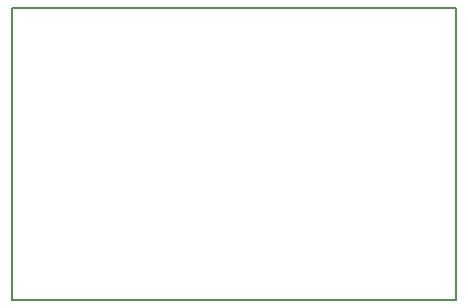
<source format=gko>
G04 DipTrace Beta 2.3.5.2*
%IN7W_Booster.GKO*%
%MOIN*%
%ADD11C,0.0055*%
%FSLAX44Y44*%
G04*
G70*
G90*
G75*
G01*
%LNBoardOutline*%
%LPD*%
X-60Y-10D2*
D11*
Y9730D1*
X14750D1*
Y0D1*
X-60Y-10D1*
M02*

</source>
